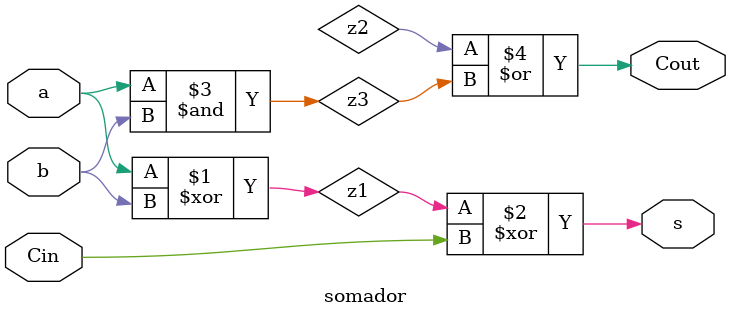
<source format=v>
module somador(a,b,Cin,s,Cout);
	input a,b,Cin;
	output s, Cout;
	
	wire w1,w2,w3;
	
	xor(z1,a,b);
	xor(s,z1,Cin);
	and(z3,a,b);
	or(Cout,z2,z3);

endmodule

</source>
